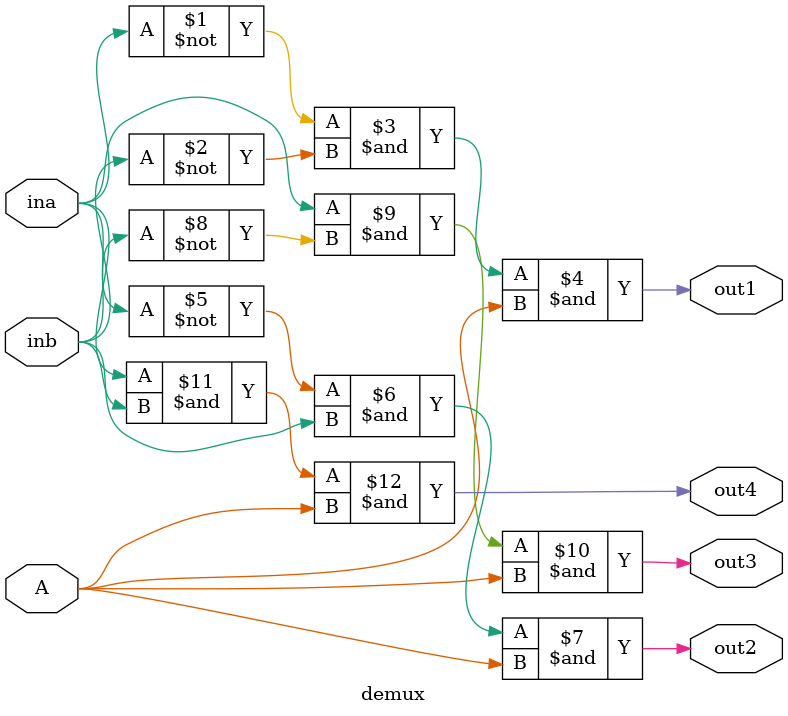
<source format=v>
`timescale 1ns / 1ps

module demux(
    input ina, inb, A,
    output out1, out2, out3, out4
    );
    
assign out1 = ~ina & ~inb & A;
assign out2 = ~ina & inb & A;
assign out3 = ina & ~inb & A;
assign out4 = ina & inb & A;

endmodule

</source>
